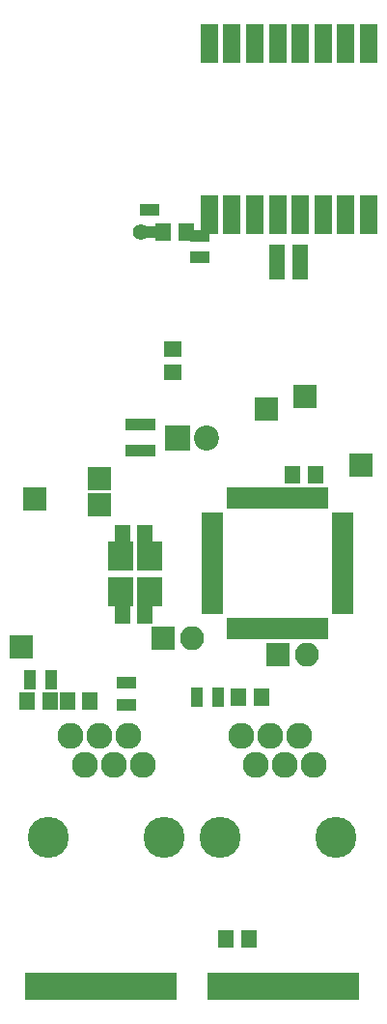
<source format=gbr>
G04 #@! TF.FileFunction,Soldermask,Top*
%FSLAX46Y46*%
G04 Gerber Fmt 4.6, Leading zero omitted, Abs format (unit mm)*
G04 Created by KiCad (PCBNEW 4.0.7-e2-6376~58~ubuntu16.04.1) date Sat Sep  1 16:07:10 2018*
%MOMM*%
%LPD*%
G01*
G04 APERTURE LIST*
%ADD10C,0.100000*%
%ADD11R,1.400000X1.650000*%
%ADD12R,1.700000X1.100000*%
%ADD13R,1.600000X3.400000*%
%ADD14R,1.100000X1.700000*%
%ADD15R,1.650000X1.400000*%
%ADD16R,1.900000X0.950000*%
%ADD17R,0.950000X1.900000*%
%ADD18R,2.100000X2.100000*%
%ADD19O,2.100000X2.100000*%
%ADD20R,2.200000X2.500000*%
%ADD21R,2.200000X2.200000*%
%ADD22C,2.200000*%
%ADD23R,0.750000X1.100000*%
%ADD24C,3.600000*%
%ADD25C,2.279600*%
%ADD26R,7.400000X2.400000*%
%ADD27C,1.400000*%
G04 APERTURE END LIST*
D10*
D11*
X117000000Y-65000000D03*
X115000000Y-65000000D03*
D12*
X113792000Y-63058000D03*
X113792000Y-64958000D03*
X118211600Y-67193200D03*
X118211600Y-65293200D03*
D13*
X133000000Y-48500000D03*
X131000000Y-48500000D03*
X129000000Y-48500000D03*
X127000000Y-48500000D03*
X125000000Y-48500000D03*
X123000000Y-48500000D03*
X121000000Y-48500000D03*
X119000000Y-48500000D03*
X119000000Y-63500000D03*
X121000000Y-63500000D03*
X123000000Y-63500000D03*
X125000000Y-63500000D03*
X127000000Y-63500000D03*
X129000000Y-63500000D03*
X131000000Y-63500000D03*
X133000000Y-63500000D03*
D14*
X117922000Y-105714800D03*
X119822000Y-105714800D03*
D11*
X121580400Y-105714800D03*
X123580400Y-105714800D03*
X105038400Y-106019600D03*
X103038400Y-106019600D03*
X108543600Y-106019600D03*
X106543600Y-106019600D03*
D15*
X115824000Y-77250800D03*
X115824000Y-75250800D03*
D11*
X113369600Y-91389200D03*
X111369600Y-91389200D03*
X113369600Y-98501200D03*
X111369600Y-98501200D03*
X126984000Y-66852800D03*
X124984000Y-66852800D03*
X126304800Y-86258400D03*
X128304800Y-86258400D03*
D16*
X119300000Y-90000000D03*
X119300000Y-90800000D03*
X119300000Y-91600000D03*
X119300000Y-92400000D03*
X119300000Y-93200000D03*
X119300000Y-94000000D03*
X119300000Y-94800000D03*
X119300000Y-95600000D03*
X119300000Y-96400000D03*
X119300000Y-97200000D03*
X119300000Y-98000000D03*
D17*
X121000000Y-99700000D03*
X121800000Y-99700000D03*
X122600000Y-99700000D03*
X123400000Y-99700000D03*
X124200000Y-99700000D03*
X125000000Y-99700000D03*
X125800000Y-99700000D03*
X126600000Y-99700000D03*
X127400000Y-99700000D03*
X128200000Y-99700000D03*
X129000000Y-99700000D03*
D16*
X130700000Y-98000000D03*
X130700000Y-97200000D03*
X130700000Y-96400000D03*
X130700000Y-95600000D03*
X130700000Y-94800000D03*
X130700000Y-94000000D03*
X130700000Y-93200000D03*
X130700000Y-92400000D03*
X130700000Y-91600000D03*
X130700000Y-90800000D03*
X130700000Y-90000000D03*
D17*
X129000000Y-88300000D03*
X128200000Y-88300000D03*
X127400000Y-88300000D03*
X126600000Y-88300000D03*
X125800000Y-88300000D03*
X125000000Y-88300000D03*
X124200000Y-88300000D03*
X123400000Y-88300000D03*
X122600000Y-88300000D03*
X121800000Y-88300000D03*
X121000000Y-88300000D03*
D18*
X127406400Y-79400400D03*
X125000000Y-102000000D03*
D19*
X127540000Y-102000000D03*
D18*
X114960400Y-100533200D03*
D19*
X117500400Y-100533200D03*
D14*
X103240800Y-104190800D03*
X105140800Y-104190800D03*
D12*
X111709200Y-106360000D03*
X111709200Y-104460000D03*
D20*
X113772000Y-96495200D03*
X113772000Y-93395200D03*
X111272000Y-93395200D03*
X111272000Y-96495200D03*
D21*
X116250000Y-83000000D03*
D22*
X118790000Y-83000000D03*
D23*
X113975000Y-81875000D03*
X113325000Y-81875000D03*
X112675000Y-81875000D03*
X112025000Y-81875000D03*
X112025000Y-84125000D03*
X112675000Y-84125000D03*
X113325000Y-84125000D03*
X113975000Y-84125000D03*
D18*
X102514400Y-101346000D03*
X109372400Y-86563200D03*
X124002800Y-80518000D03*
X103733600Y-88341200D03*
X132283200Y-85394800D03*
D11*
X122462800Y-126847600D03*
X120462800Y-126847600D03*
X126984000Y-68376800D03*
X124984000Y-68376800D03*
D18*
X109372400Y-88849200D03*
D24*
X130080000Y-118000000D03*
D25*
X121825000Y-109110000D03*
X123095000Y-111650000D03*
X124365000Y-109110000D03*
X125635000Y-111650000D03*
X126905000Y-109110000D03*
X128175000Y-111650000D03*
D24*
X119920000Y-118000000D03*
X115080000Y-118000000D03*
D25*
X106825000Y-109110000D03*
X108095000Y-111650000D03*
X109365000Y-109110000D03*
X110635000Y-111650000D03*
X111905000Y-109110000D03*
X113175000Y-111650000D03*
D24*
X104920000Y-118000000D03*
D26*
X106500000Y-131000000D03*
X112500000Y-131000000D03*
X122500000Y-131000000D03*
X128500000Y-131000000D03*
D27*
X113000000Y-65000000D03*
M02*

</source>
